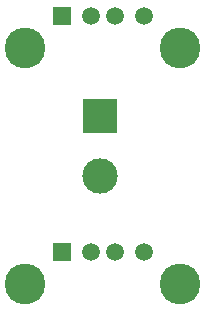
<source format=gbl>
G04 #@! TF.GenerationSoftware,KiCad,Pcbnew,7.0.7-7.0.7~ubuntu22.04.1*
G04 #@! TF.CreationDate,2023-10-15T17:41:28+01:00*
G04 #@! TF.ProjectId,USB_distri,5553425f-6469-4737-9472-692e6b696361,rev?*
G04 #@! TF.SameCoordinates,Original*
G04 #@! TF.FileFunction,Copper,L2,Bot*
G04 #@! TF.FilePolarity,Positive*
%FSLAX46Y46*%
G04 Gerber Fmt 4.6, Leading zero omitted, Abs format (unit mm)*
G04 Created by KiCad (PCBNEW 7.0.7-7.0.7~ubuntu22.04.1) date 2023-10-15 17:41:28*
%MOMM*%
%LPD*%
G01*
G04 APERTURE LIST*
G04 #@! TA.AperFunction,ComponentPad*
%ADD10R,1.500000X1.500000*%
G04 #@! TD*
G04 #@! TA.AperFunction,ComponentPad*
%ADD11C,1.500000*%
G04 #@! TD*
G04 #@! TA.AperFunction,ComponentPad*
%ADD12C,3.450000*%
G04 #@! TD*
G04 #@! TA.AperFunction,ComponentPad*
%ADD13R,3.000000X3.000000*%
G04 #@! TD*
G04 #@! TA.AperFunction,ComponentPad*
%ADD14C,3.000000*%
G04 #@! TD*
G04 APERTURE END LIST*
D10*
X142550000Y-62400000D03*
D11*
X145050000Y-62400000D03*
X147050000Y-62400000D03*
X149550000Y-62400000D03*
D12*
X139480000Y-65100000D03*
X152620000Y-65100000D03*
D10*
X142550000Y-82400000D03*
D11*
X145050000Y-82400000D03*
X147050000Y-82400000D03*
X149550000Y-82400000D03*
D12*
X139480000Y-85100000D03*
X152620000Y-85100000D03*
D13*
X145800000Y-70860000D03*
D14*
X145800000Y-75940000D03*
M02*

</source>
